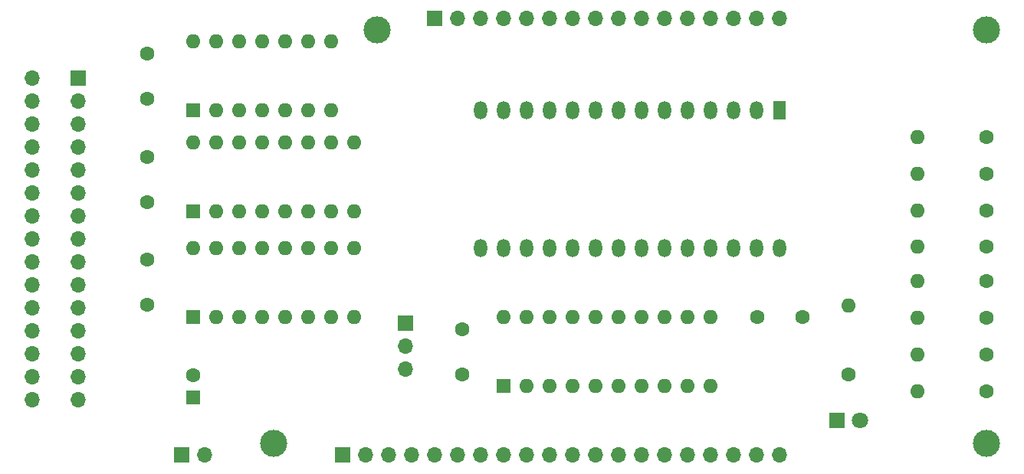
<source format=gbr>
G04 #@! TF.GenerationSoftware,KiCad,Pcbnew,7.0.10-7.0.10~ubuntu22.04.1*
G04 #@! TF.CreationDate,2024-08-31T13:48:36+10:00*
G04 #@! TF.ProjectId,Cat_ROM_Cartridge,4361745f-524f-44d5-9f43-617274726964,rev?*
G04 #@! TF.SameCoordinates,Original*
G04 #@! TF.FileFunction,Soldermask,Bot*
G04 #@! TF.FilePolarity,Negative*
%FSLAX46Y46*%
G04 Gerber Fmt 4.6, Leading zero omitted, Abs format (unit mm)*
G04 Created by KiCad (PCBNEW 7.0.10-7.0.10~ubuntu22.04.1) date 2024-08-31 13:48:36*
%MOMM*%
%LPD*%
G01*
G04 APERTURE LIST*
%ADD10R,1.700000X1.700000*%
%ADD11O,1.700000X1.700000*%
%ADD12R,1.800000X1.800000*%
%ADD13C,1.800000*%
%ADD14C,1.600000*%
%ADD15O,1.600000X1.600000*%
%ADD16R,1.600000X1.600000*%
%ADD17C,3.000000*%
%ADD18R,1.440000X2.000000*%
%ADD19O,1.440000X2.000000*%
G04 APERTURE END LIST*
D10*
X87630000Y-104140000D03*
D11*
X90170000Y-104140000D03*
D12*
X160020000Y-100330000D03*
D13*
X162560000Y-100330000D03*
D14*
X176530000Y-97085000D03*
D15*
X168910000Y-97085000D03*
D14*
X176530000Y-84935000D03*
D15*
X168910000Y-84935000D03*
D14*
X161290000Y-95250000D03*
D15*
X161290000Y-87630000D03*
D16*
X88900000Y-97790000D03*
D14*
X88900000Y-95290000D03*
X176530000Y-68975000D03*
D15*
X168910000Y-68975000D03*
D16*
X88900000Y-88900000D03*
D15*
X91440000Y-88900000D03*
X93980000Y-88900000D03*
X96520000Y-88900000D03*
X99060000Y-88900000D03*
X101600000Y-88900000D03*
X104140000Y-88900000D03*
X106680000Y-88900000D03*
X106680000Y-81280000D03*
X104140000Y-81280000D03*
X101600000Y-81280000D03*
X99060000Y-81280000D03*
X96520000Y-81280000D03*
X93980000Y-81280000D03*
X91440000Y-81280000D03*
X88900000Y-81280000D03*
D14*
X176530000Y-77075000D03*
D15*
X168910000Y-77075000D03*
D14*
X118628000Y-90250000D03*
X118628000Y-95250000D03*
X83820000Y-71200000D03*
X83820000Y-76200000D03*
D10*
X115560000Y-55880000D03*
D11*
X118100000Y-55880000D03*
X120640000Y-55880000D03*
X123180000Y-55880000D03*
X125720000Y-55880000D03*
X128260000Y-55880000D03*
X130800000Y-55880000D03*
X133340000Y-55880000D03*
X135880000Y-55880000D03*
X138420000Y-55880000D03*
X140960000Y-55880000D03*
X143500000Y-55880000D03*
X146040000Y-55880000D03*
X148580000Y-55880000D03*
X151120000Y-55880000D03*
X153660000Y-55880000D03*
D14*
X176530000Y-88985000D03*
D15*
X168910000Y-88985000D03*
D17*
X97790000Y-102870000D03*
X176530000Y-57150000D03*
X109220000Y-57150000D03*
D16*
X88900000Y-77216000D03*
D15*
X91440000Y-77216000D03*
X93980000Y-77216000D03*
X96520000Y-77216000D03*
X99060000Y-77216000D03*
X101600000Y-77216000D03*
X104140000Y-77216000D03*
X106680000Y-77216000D03*
X106680000Y-69596000D03*
X104140000Y-69596000D03*
X101600000Y-69596000D03*
X99060000Y-69596000D03*
X96520000Y-69596000D03*
X93980000Y-69596000D03*
X91440000Y-69596000D03*
X88900000Y-69596000D03*
D14*
X176530000Y-73025000D03*
D15*
X168910000Y-73025000D03*
D14*
X151210000Y-88900000D03*
X156210000Y-88900000D03*
X83820000Y-59770000D03*
X83820000Y-64770000D03*
D10*
X76200000Y-62484000D03*
D11*
X76200000Y-65024000D03*
X76200000Y-67564000D03*
X76200000Y-70104000D03*
X76200000Y-72644000D03*
X76200000Y-75184000D03*
X76200000Y-77724000D03*
X76200000Y-80264000D03*
X76200000Y-82804000D03*
X76200000Y-85344000D03*
X76200000Y-87884000D03*
X76200000Y-90424000D03*
X76200000Y-92964000D03*
X76200000Y-95504000D03*
X76200000Y-98044000D03*
X71120000Y-62484000D03*
X71120000Y-65024000D03*
X71120000Y-67564000D03*
X71120000Y-70104000D03*
X71120000Y-72644000D03*
X71120000Y-75184000D03*
X71120000Y-77724000D03*
X71120000Y-80264000D03*
X71120000Y-82804000D03*
X71120000Y-85344000D03*
X71120000Y-87884000D03*
X71120000Y-90424000D03*
X71120000Y-92964000D03*
X71120000Y-95504000D03*
X71120000Y-98044000D03*
D16*
X88900000Y-66040000D03*
D15*
X91440000Y-66040000D03*
X93980000Y-66040000D03*
X96520000Y-66040000D03*
X99060000Y-66040000D03*
X101600000Y-66040000D03*
X104140000Y-66040000D03*
X104140000Y-58420000D03*
X101600000Y-58420000D03*
X99060000Y-58420000D03*
X96520000Y-58420000D03*
X93980000Y-58420000D03*
X91440000Y-58420000D03*
X88900000Y-58420000D03*
D18*
X153660000Y-66040000D03*
D19*
X151120000Y-66040000D03*
X148580000Y-66040000D03*
X146040000Y-66040000D03*
X143500000Y-66040000D03*
X140960000Y-66040000D03*
X138420000Y-66040000D03*
X135880000Y-66040000D03*
X133340000Y-66040000D03*
X130800000Y-66040000D03*
X128260000Y-66040000D03*
X125720000Y-66040000D03*
X123180000Y-66040000D03*
X120640000Y-66040000D03*
X120640000Y-81280000D03*
X123180000Y-81280000D03*
X125720000Y-81280000D03*
X128260000Y-81280000D03*
X130800000Y-81280000D03*
X133340000Y-81280000D03*
X135880000Y-81280000D03*
X138420000Y-81280000D03*
X140960000Y-81280000D03*
X143500000Y-81280000D03*
X146040000Y-81280000D03*
X148580000Y-81280000D03*
X151120000Y-81280000D03*
X153660000Y-81280000D03*
D16*
X123190000Y-96520000D03*
D15*
X125730000Y-96520000D03*
X128270000Y-96520000D03*
X130810000Y-96520000D03*
X133350000Y-96520000D03*
X135890000Y-96520000D03*
X138430000Y-96520000D03*
X140970000Y-96520000D03*
X143510000Y-96520000D03*
X146050000Y-96520000D03*
X146050000Y-88900000D03*
X143510000Y-88900000D03*
X140970000Y-88900000D03*
X138430000Y-88900000D03*
X135890000Y-88900000D03*
X133350000Y-88900000D03*
X130810000Y-88900000D03*
X128270000Y-88900000D03*
X125730000Y-88900000D03*
X123190000Y-88900000D03*
D14*
X176530000Y-93035000D03*
D15*
X168910000Y-93035000D03*
D10*
X112395000Y-89535000D03*
D11*
X112395000Y-92075000D03*
X112395000Y-94615000D03*
D10*
X105400000Y-104140000D03*
D11*
X107940000Y-104140000D03*
X110480000Y-104140000D03*
X113020000Y-104140000D03*
X115560000Y-104140000D03*
X118100000Y-104140000D03*
X120640000Y-104140000D03*
X123180000Y-104140000D03*
X125720000Y-104140000D03*
X128260000Y-104140000D03*
X130800000Y-104140000D03*
X133340000Y-104140000D03*
X135880000Y-104140000D03*
X138420000Y-104140000D03*
X140960000Y-104140000D03*
X143500000Y-104140000D03*
X146040000Y-104140000D03*
X148580000Y-104140000D03*
X151120000Y-104140000D03*
X153660000Y-104140000D03*
D17*
X176530000Y-102870000D03*
D14*
X83820000Y-82550000D03*
X83820000Y-87550000D03*
X176530000Y-81125000D03*
D15*
X168910000Y-81125000D03*
M02*

</source>
